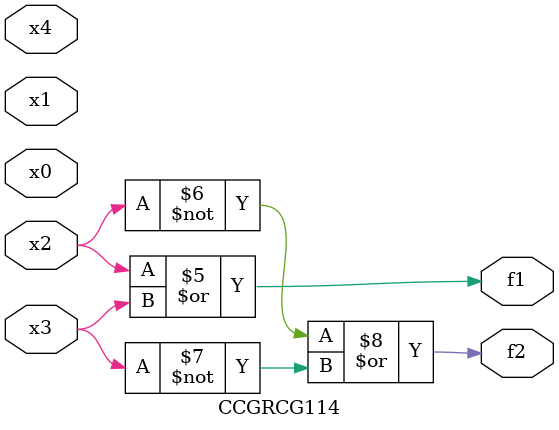
<source format=v>

module CCGRCG114 ( 
    x0, x1, x2, x3, x4,
    f1, f2  );
  input  x0, x1, x2, x3, x4;
  output f1, f2;
  wire new_n8_, new_n9_;
  assign new_n8_ = ~x2;
  assign new_n9_ = ~x3;
  assign f1 = ~new_n8_ | ~new_n9_;
  assign f2 = ~x2 | ~x3;
endmodule



</source>
